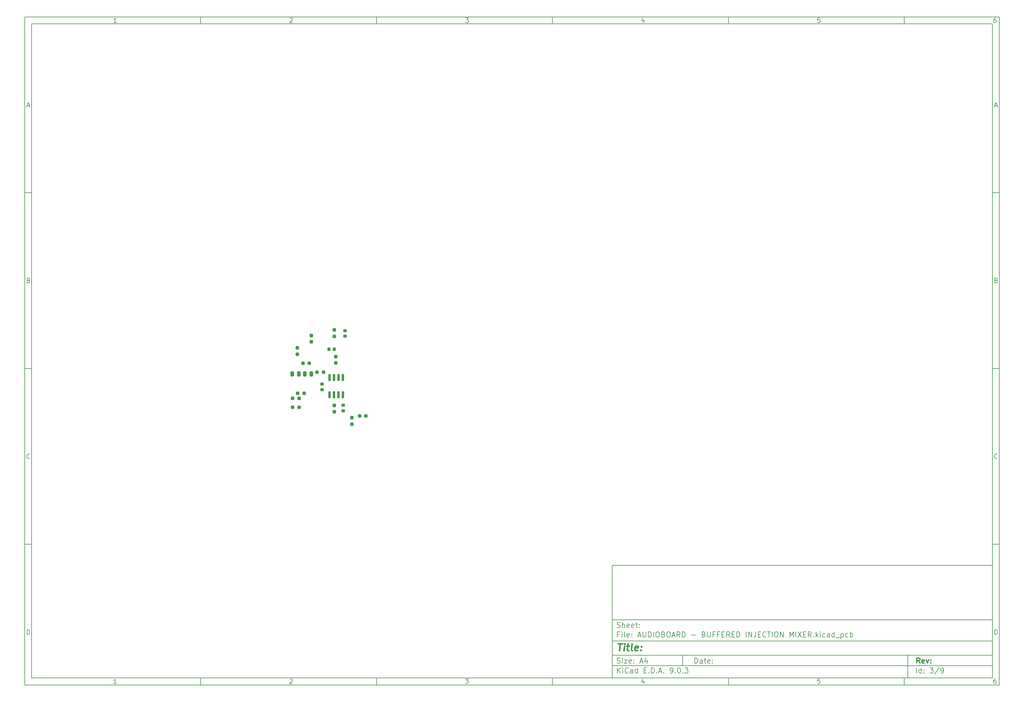
<source format=gbr>
%TF.GenerationSoftware,KiCad,Pcbnew,9.0.3*%
%TF.CreationDate,2025-09-10T01:15:20-07:00*%
%TF.ProjectId,AUDIOBOARD - BUFFERED INJECTION MIXER,41554449-4f42-44f4-9152-44202d204255,rev?*%
%TF.SameCoordinates,Original*%
%TF.FileFunction,Paste,Top*%
%TF.FilePolarity,Positive*%
%FSLAX46Y46*%
G04 Gerber Fmt 4.6, Leading zero omitted, Abs format (unit mm)*
G04 Created by KiCad (PCBNEW 9.0.3) date 2025-09-10 01:15:20*
%MOMM*%
%LPD*%
G01*
G04 APERTURE LIST*
G04 Aperture macros list*
%AMRoundRect*
0 Rectangle with rounded corners*
0 $1 Rounding radius*
0 $2 $3 $4 $5 $6 $7 $8 $9 X,Y pos of 4 corners*
0 Add a 4 corners polygon primitive as box body*
4,1,4,$2,$3,$4,$5,$6,$7,$8,$9,$2,$3,0*
0 Add four circle primitives for the rounded corners*
1,1,$1+$1,$2,$3*
1,1,$1+$1,$4,$5*
1,1,$1+$1,$6,$7*
1,1,$1+$1,$8,$9*
0 Add four rect primitives between the rounded corners*
20,1,$1+$1,$2,$3,$4,$5,0*
20,1,$1+$1,$4,$5,$6,$7,0*
20,1,$1+$1,$6,$7,$8,$9,0*
20,1,$1+$1,$8,$9,$2,$3,0*%
G04 Aperture macros list end*
%ADD10C,0.100000*%
%ADD11C,0.150000*%
%ADD12C,0.300000*%
%ADD13C,0.400000*%
%ADD14RoundRect,0.225000X-0.250000X0.225000X-0.250000X-0.225000X0.250000X-0.225000X0.250000X0.225000X0*%
%ADD15RoundRect,0.237500X-0.237500X0.250000X-0.237500X-0.250000X0.237500X-0.250000X0.237500X0.250000X0*%
%ADD16RoundRect,0.225000X-0.225000X-0.250000X0.225000X-0.250000X0.225000X0.250000X-0.225000X0.250000X0*%
%ADD17RoundRect,0.237500X0.237500X-0.250000X0.237500X0.250000X-0.237500X0.250000X-0.237500X-0.250000X0*%
%ADD18RoundRect,0.237500X-0.250000X-0.237500X0.250000X-0.237500X0.250000X0.237500X-0.250000X0.237500X0*%
%ADD19RoundRect,0.150000X0.150000X-0.825000X0.150000X0.825000X-0.150000X0.825000X-0.150000X-0.825000X0*%
%ADD20RoundRect,0.250000X0.250000X0.475000X-0.250000X0.475000X-0.250000X-0.475000X0.250000X-0.475000X0*%
%ADD21RoundRect,0.237500X0.250000X0.237500X-0.250000X0.237500X-0.250000X-0.237500X0.250000X-0.237500X0*%
%ADD22RoundRect,0.225000X0.250000X-0.225000X0.250000X0.225000X-0.250000X0.225000X-0.250000X-0.225000X0*%
G04 APERTURE END LIST*
D10*
D11*
X177002200Y-166007200D02*
X285002200Y-166007200D01*
X285002200Y-198007200D01*
X177002200Y-198007200D01*
X177002200Y-166007200D01*
D10*
D11*
X10000000Y-10000000D02*
X287002200Y-10000000D01*
X287002200Y-200007200D01*
X10000000Y-200007200D01*
X10000000Y-10000000D01*
D10*
D11*
X12000000Y-12000000D02*
X285002200Y-12000000D01*
X285002200Y-198007200D01*
X12000000Y-198007200D01*
X12000000Y-12000000D01*
D10*
D11*
X60000000Y-12000000D02*
X60000000Y-10000000D01*
D10*
D11*
X110000000Y-12000000D02*
X110000000Y-10000000D01*
D10*
D11*
X160000000Y-12000000D02*
X160000000Y-10000000D01*
D10*
D11*
X210000000Y-12000000D02*
X210000000Y-10000000D01*
D10*
D11*
X260000000Y-12000000D02*
X260000000Y-10000000D01*
D10*
D11*
X36089160Y-11593604D02*
X35346303Y-11593604D01*
X35717731Y-11593604D02*
X35717731Y-10293604D01*
X35717731Y-10293604D02*
X35593922Y-10479319D01*
X35593922Y-10479319D02*
X35470112Y-10603128D01*
X35470112Y-10603128D02*
X35346303Y-10665033D01*
D10*
D11*
X85346303Y-10417414D02*
X85408207Y-10355509D01*
X85408207Y-10355509D02*
X85532017Y-10293604D01*
X85532017Y-10293604D02*
X85841541Y-10293604D01*
X85841541Y-10293604D02*
X85965350Y-10355509D01*
X85965350Y-10355509D02*
X86027255Y-10417414D01*
X86027255Y-10417414D02*
X86089160Y-10541223D01*
X86089160Y-10541223D02*
X86089160Y-10665033D01*
X86089160Y-10665033D02*
X86027255Y-10850747D01*
X86027255Y-10850747D02*
X85284398Y-11593604D01*
X85284398Y-11593604D02*
X86089160Y-11593604D01*
D10*
D11*
X135284398Y-10293604D02*
X136089160Y-10293604D01*
X136089160Y-10293604D02*
X135655826Y-10788842D01*
X135655826Y-10788842D02*
X135841541Y-10788842D01*
X135841541Y-10788842D02*
X135965350Y-10850747D01*
X135965350Y-10850747D02*
X136027255Y-10912652D01*
X136027255Y-10912652D02*
X136089160Y-11036461D01*
X136089160Y-11036461D02*
X136089160Y-11345985D01*
X136089160Y-11345985D02*
X136027255Y-11469795D01*
X136027255Y-11469795D02*
X135965350Y-11531700D01*
X135965350Y-11531700D02*
X135841541Y-11593604D01*
X135841541Y-11593604D02*
X135470112Y-11593604D01*
X135470112Y-11593604D02*
X135346303Y-11531700D01*
X135346303Y-11531700D02*
X135284398Y-11469795D01*
D10*
D11*
X185965350Y-10726938D02*
X185965350Y-11593604D01*
X185655826Y-10231700D02*
X185346303Y-11160271D01*
X185346303Y-11160271D02*
X186151064Y-11160271D01*
D10*
D11*
X236027255Y-10293604D02*
X235408207Y-10293604D01*
X235408207Y-10293604D02*
X235346303Y-10912652D01*
X235346303Y-10912652D02*
X235408207Y-10850747D01*
X235408207Y-10850747D02*
X235532017Y-10788842D01*
X235532017Y-10788842D02*
X235841541Y-10788842D01*
X235841541Y-10788842D02*
X235965350Y-10850747D01*
X235965350Y-10850747D02*
X236027255Y-10912652D01*
X236027255Y-10912652D02*
X236089160Y-11036461D01*
X236089160Y-11036461D02*
X236089160Y-11345985D01*
X236089160Y-11345985D02*
X236027255Y-11469795D01*
X236027255Y-11469795D02*
X235965350Y-11531700D01*
X235965350Y-11531700D02*
X235841541Y-11593604D01*
X235841541Y-11593604D02*
X235532017Y-11593604D01*
X235532017Y-11593604D02*
X235408207Y-11531700D01*
X235408207Y-11531700D02*
X235346303Y-11469795D01*
D10*
D11*
X285965350Y-10293604D02*
X285717731Y-10293604D01*
X285717731Y-10293604D02*
X285593922Y-10355509D01*
X285593922Y-10355509D02*
X285532017Y-10417414D01*
X285532017Y-10417414D02*
X285408207Y-10603128D01*
X285408207Y-10603128D02*
X285346303Y-10850747D01*
X285346303Y-10850747D02*
X285346303Y-11345985D01*
X285346303Y-11345985D02*
X285408207Y-11469795D01*
X285408207Y-11469795D02*
X285470112Y-11531700D01*
X285470112Y-11531700D02*
X285593922Y-11593604D01*
X285593922Y-11593604D02*
X285841541Y-11593604D01*
X285841541Y-11593604D02*
X285965350Y-11531700D01*
X285965350Y-11531700D02*
X286027255Y-11469795D01*
X286027255Y-11469795D02*
X286089160Y-11345985D01*
X286089160Y-11345985D02*
X286089160Y-11036461D01*
X286089160Y-11036461D02*
X286027255Y-10912652D01*
X286027255Y-10912652D02*
X285965350Y-10850747D01*
X285965350Y-10850747D02*
X285841541Y-10788842D01*
X285841541Y-10788842D02*
X285593922Y-10788842D01*
X285593922Y-10788842D02*
X285470112Y-10850747D01*
X285470112Y-10850747D02*
X285408207Y-10912652D01*
X285408207Y-10912652D02*
X285346303Y-11036461D01*
D10*
D11*
X60000000Y-198007200D02*
X60000000Y-200007200D01*
D10*
D11*
X110000000Y-198007200D02*
X110000000Y-200007200D01*
D10*
D11*
X160000000Y-198007200D02*
X160000000Y-200007200D01*
D10*
D11*
X210000000Y-198007200D02*
X210000000Y-200007200D01*
D10*
D11*
X260000000Y-198007200D02*
X260000000Y-200007200D01*
D10*
D11*
X36089160Y-199600804D02*
X35346303Y-199600804D01*
X35717731Y-199600804D02*
X35717731Y-198300804D01*
X35717731Y-198300804D02*
X35593922Y-198486519D01*
X35593922Y-198486519D02*
X35470112Y-198610328D01*
X35470112Y-198610328D02*
X35346303Y-198672233D01*
D10*
D11*
X85346303Y-198424614D02*
X85408207Y-198362709D01*
X85408207Y-198362709D02*
X85532017Y-198300804D01*
X85532017Y-198300804D02*
X85841541Y-198300804D01*
X85841541Y-198300804D02*
X85965350Y-198362709D01*
X85965350Y-198362709D02*
X86027255Y-198424614D01*
X86027255Y-198424614D02*
X86089160Y-198548423D01*
X86089160Y-198548423D02*
X86089160Y-198672233D01*
X86089160Y-198672233D02*
X86027255Y-198857947D01*
X86027255Y-198857947D02*
X85284398Y-199600804D01*
X85284398Y-199600804D02*
X86089160Y-199600804D01*
D10*
D11*
X135284398Y-198300804D02*
X136089160Y-198300804D01*
X136089160Y-198300804D02*
X135655826Y-198796042D01*
X135655826Y-198796042D02*
X135841541Y-198796042D01*
X135841541Y-198796042D02*
X135965350Y-198857947D01*
X135965350Y-198857947D02*
X136027255Y-198919852D01*
X136027255Y-198919852D02*
X136089160Y-199043661D01*
X136089160Y-199043661D02*
X136089160Y-199353185D01*
X136089160Y-199353185D02*
X136027255Y-199476995D01*
X136027255Y-199476995D02*
X135965350Y-199538900D01*
X135965350Y-199538900D02*
X135841541Y-199600804D01*
X135841541Y-199600804D02*
X135470112Y-199600804D01*
X135470112Y-199600804D02*
X135346303Y-199538900D01*
X135346303Y-199538900D02*
X135284398Y-199476995D01*
D10*
D11*
X185965350Y-198734138D02*
X185965350Y-199600804D01*
X185655826Y-198238900D02*
X185346303Y-199167471D01*
X185346303Y-199167471D02*
X186151064Y-199167471D01*
D10*
D11*
X236027255Y-198300804D02*
X235408207Y-198300804D01*
X235408207Y-198300804D02*
X235346303Y-198919852D01*
X235346303Y-198919852D02*
X235408207Y-198857947D01*
X235408207Y-198857947D02*
X235532017Y-198796042D01*
X235532017Y-198796042D02*
X235841541Y-198796042D01*
X235841541Y-198796042D02*
X235965350Y-198857947D01*
X235965350Y-198857947D02*
X236027255Y-198919852D01*
X236027255Y-198919852D02*
X236089160Y-199043661D01*
X236089160Y-199043661D02*
X236089160Y-199353185D01*
X236089160Y-199353185D02*
X236027255Y-199476995D01*
X236027255Y-199476995D02*
X235965350Y-199538900D01*
X235965350Y-199538900D02*
X235841541Y-199600804D01*
X235841541Y-199600804D02*
X235532017Y-199600804D01*
X235532017Y-199600804D02*
X235408207Y-199538900D01*
X235408207Y-199538900D02*
X235346303Y-199476995D01*
D10*
D11*
X285965350Y-198300804D02*
X285717731Y-198300804D01*
X285717731Y-198300804D02*
X285593922Y-198362709D01*
X285593922Y-198362709D02*
X285532017Y-198424614D01*
X285532017Y-198424614D02*
X285408207Y-198610328D01*
X285408207Y-198610328D02*
X285346303Y-198857947D01*
X285346303Y-198857947D02*
X285346303Y-199353185D01*
X285346303Y-199353185D02*
X285408207Y-199476995D01*
X285408207Y-199476995D02*
X285470112Y-199538900D01*
X285470112Y-199538900D02*
X285593922Y-199600804D01*
X285593922Y-199600804D02*
X285841541Y-199600804D01*
X285841541Y-199600804D02*
X285965350Y-199538900D01*
X285965350Y-199538900D02*
X286027255Y-199476995D01*
X286027255Y-199476995D02*
X286089160Y-199353185D01*
X286089160Y-199353185D02*
X286089160Y-199043661D01*
X286089160Y-199043661D02*
X286027255Y-198919852D01*
X286027255Y-198919852D02*
X285965350Y-198857947D01*
X285965350Y-198857947D02*
X285841541Y-198796042D01*
X285841541Y-198796042D02*
X285593922Y-198796042D01*
X285593922Y-198796042D02*
X285470112Y-198857947D01*
X285470112Y-198857947D02*
X285408207Y-198919852D01*
X285408207Y-198919852D02*
X285346303Y-199043661D01*
D10*
D11*
X10000000Y-60000000D02*
X12000000Y-60000000D01*
D10*
D11*
X10000000Y-110000000D02*
X12000000Y-110000000D01*
D10*
D11*
X10000000Y-160000000D02*
X12000000Y-160000000D01*
D10*
D11*
X10690476Y-35222176D02*
X11309523Y-35222176D01*
X10566666Y-35593604D02*
X10999999Y-34293604D01*
X10999999Y-34293604D02*
X11433333Y-35593604D01*
D10*
D11*
X11092857Y-84912652D02*
X11278571Y-84974557D01*
X11278571Y-84974557D02*
X11340476Y-85036461D01*
X11340476Y-85036461D02*
X11402380Y-85160271D01*
X11402380Y-85160271D02*
X11402380Y-85345985D01*
X11402380Y-85345985D02*
X11340476Y-85469795D01*
X11340476Y-85469795D02*
X11278571Y-85531700D01*
X11278571Y-85531700D02*
X11154761Y-85593604D01*
X11154761Y-85593604D02*
X10659523Y-85593604D01*
X10659523Y-85593604D02*
X10659523Y-84293604D01*
X10659523Y-84293604D02*
X11092857Y-84293604D01*
X11092857Y-84293604D02*
X11216666Y-84355509D01*
X11216666Y-84355509D02*
X11278571Y-84417414D01*
X11278571Y-84417414D02*
X11340476Y-84541223D01*
X11340476Y-84541223D02*
X11340476Y-84665033D01*
X11340476Y-84665033D02*
X11278571Y-84788842D01*
X11278571Y-84788842D02*
X11216666Y-84850747D01*
X11216666Y-84850747D02*
X11092857Y-84912652D01*
X11092857Y-84912652D02*
X10659523Y-84912652D01*
D10*
D11*
X11402380Y-135469795D02*
X11340476Y-135531700D01*
X11340476Y-135531700D02*
X11154761Y-135593604D01*
X11154761Y-135593604D02*
X11030952Y-135593604D01*
X11030952Y-135593604D02*
X10845238Y-135531700D01*
X10845238Y-135531700D02*
X10721428Y-135407890D01*
X10721428Y-135407890D02*
X10659523Y-135284080D01*
X10659523Y-135284080D02*
X10597619Y-135036461D01*
X10597619Y-135036461D02*
X10597619Y-134850747D01*
X10597619Y-134850747D02*
X10659523Y-134603128D01*
X10659523Y-134603128D02*
X10721428Y-134479319D01*
X10721428Y-134479319D02*
X10845238Y-134355509D01*
X10845238Y-134355509D02*
X11030952Y-134293604D01*
X11030952Y-134293604D02*
X11154761Y-134293604D01*
X11154761Y-134293604D02*
X11340476Y-134355509D01*
X11340476Y-134355509D02*
X11402380Y-134417414D01*
D10*
D11*
X10659523Y-185593604D02*
X10659523Y-184293604D01*
X10659523Y-184293604D02*
X10969047Y-184293604D01*
X10969047Y-184293604D02*
X11154761Y-184355509D01*
X11154761Y-184355509D02*
X11278571Y-184479319D01*
X11278571Y-184479319D02*
X11340476Y-184603128D01*
X11340476Y-184603128D02*
X11402380Y-184850747D01*
X11402380Y-184850747D02*
X11402380Y-185036461D01*
X11402380Y-185036461D02*
X11340476Y-185284080D01*
X11340476Y-185284080D02*
X11278571Y-185407890D01*
X11278571Y-185407890D02*
X11154761Y-185531700D01*
X11154761Y-185531700D02*
X10969047Y-185593604D01*
X10969047Y-185593604D02*
X10659523Y-185593604D01*
D10*
D11*
X287002200Y-60000000D02*
X285002200Y-60000000D01*
D10*
D11*
X287002200Y-110000000D02*
X285002200Y-110000000D01*
D10*
D11*
X287002200Y-160000000D02*
X285002200Y-160000000D01*
D10*
D11*
X285692676Y-35222176D02*
X286311723Y-35222176D01*
X285568866Y-35593604D02*
X286002199Y-34293604D01*
X286002199Y-34293604D02*
X286435533Y-35593604D01*
D10*
D11*
X286095057Y-84912652D02*
X286280771Y-84974557D01*
X286280771Y-84974557D02*
X286342676Y-85036461D01*
X286342676Y-85036461D02*
X286404580Y-85160271D01*
X286404580Y-85160271D02*
X286404580Y-85345985D01*
X286404580Y-85345985D02*
X286342676Y-85469795D01*
X286342676Y-85469795D02*
X286280771Y-85531700D01*
X286280771Y-85531700D02*
X286156961Y-85593604D01*
X286156961Y-85593604D02*
X285661723Y-85593604D01*
X285661723Y-85593604D02*
X285661723Y-84293604D01*
X285661723Y-84293604D02*
X286095057Y-84293604D01*
X286095057Y-84293604D02*
X286218866Y-84355509D01*
X286218866Y-84355509D02*
X286280771Y-84417414D01*
X286280771Y-84417414D02*
X286342676Y-84541223D01*
X286342676Y-84541223D02*
X286342676Y-84665033D01*
X286342676Y-84665033D02*
X286280771Y-84788842D01*
X286280771Y-84788842D02*
X286218866Y-84850747D01*
X286218866Y-84850747D02*
X286095057Y-84912652D01*
X286095057Y-84912652D02*
X285661723Y-84912652D01*
D10*
D11*
X286404580Y-135469795D02*
X286342676Y-135531700D01*
X286342676Y-135531700D02*
X286156961Y-135593604D01*
X286156961Y-135593604D02*
X286033152Y-135593604D01*
X286033152Y-135593604D02*
X285847438Y-135531700D01*
X285847438Y-135531700D02*
X285723628Y-135407890D01*
X285723628Y-135407890D02*
X285661723Y-135284080D01*
X285661723Y-135284080D02*
X285599819Y-135036461D01*
X285599819Y-135036461D02*
X285599819Y-134850747D01*
X285599819Y-134850747D02*
X285661723Y-134603128D01*
X285661723Y-134603128D02*
X285723628Y-134479319D01*
X285723628Y-134479319D02*
X285847438Y-134355509D01*
X285847438Y-134355509D02*
X286033152Y-134293604D01*
X286033152Y-134293604D02*
X286156961Y-134293604D01*
X286156961Y-134293604D02*
X286342676Y-134355509D01*
X286342676Y-134355509D02*
X286404580Y-134417414D01*
D10*
D11*
X285661723Y-185593604D02*
X285661723Y-184293604D01*
X285661723Y-184293604D02*
X285971247Y-184293604D01*
X285971247Y-184293604D02*
X286156961Y-184355509D01*
X286156961Y-184355509D02*
X286280771Y-184479319D01*
X286280771Y-184479319D02*
X286342676Y-184603128D01*
X286342676Y-184603128D02*
X286404580Y-184850747D01*
X286404580Y-184850747D02*
X286404580Y-185036461D01*
X286404580Y-185036461D02*
X286342676Y-185284080D01*
X286342676Y-185284080D02*
X286280771Y-185407890D01*
X286280771Y-185407890D02*
X286156961Y-185531700D01*
X286156961Y-185531700D02*
X285971247Y-185593604D01*
X285971247Y-185593604D02*
X285661723Y-185593604D01*
D10*
D11*
X200458026Y-193793328D02*
X200458026Y-192293328D01*
X200458026Y-192293328D02*
X200815169Y-192293328D01*
X200815169Y-192293328D02*
X201029455Y-192364757D01*
X201029455Y-192364757D02*
X201172312Y-192507614D01*
X201172312Y-192507614D02*
X201243741Y-192650471D01*
X201243741Y-192650471D02*
X201315169Y-192936185D01*
X201315169Y-192936185D02*
X201315169Y-193150471D01*
X201315169Y-193150471D02*
X201243741Y-193436185D01*
X201243741Y-193436185D02*
X201172312Y-193579042D01*
X201172312Y-193579042D02*
X201029455Y-193721900D01*
X201029455Y-193721900D02*
X200815169Y-193793328D01*
X200815169Y-193793328D02*
X200458026Y-193793328D01*
X202600884Y-193793328D02*
X202600884Y-193007614D01*
X202600884Y-193007614D02*
X202529455Y-192864757D01*
X202529455Y-192864757D02*
X202386598Y-192793328D01*
X202386598Y-192793328D02*
X202100884Y-192793328D01*
X202100884Y-192793328D02*
X201958026Y-192864757D01*
X202600884Y-193721900D02*
X202458026Y-193793328D01*
X202458026Y-193793328D02*
X202100884Y-193793328D01*
X202100884Y-193793328D02*
X201958026Y-193721900D01*
X201958026Y-193721900D02*
X201886598Y-193579042D01*
X201886598Y-193579042D02*
X201886598Y-193436185D01*
X201886598Y-193436185D02*
X201958026Y-193293328D01*
X201958026Y-193293328D02*
X202100884Y-193221900D01*
X202100884Y-193221900D02*
X202458026Y-193221900D01*
X202458026Y-193221900D02*
X202600884Y-193150471D01*
X203100884Y-192793328D02*
X203672312Y-192793328D01*
X203315169Y-192293328D02*
X203315169Y-193579042D01*
X203315169Y-193579042D02*
X203386598Y-193721900D01*
X203386598Y-193721900D02*
X203529455Y-193793328D01*
X203529455Y-193793328D02*
X203672312Y-193793328D01*
X204743741Y-193721900D02*
X204600884Y-193793328D01*
X204600884Y-193793328D02*
X204315170Y-193793328D01*
X204315170Y-193793328D02*
X204172312Y-193721900D01*
X204172312Y-193721900D02*
X204100884Y-193579042D01*
X204100884Y-193579042D02*
X204100884Y-193007614D01*
X204100884Y-193007614D02*
X204172312Y-192864757D01*
X204172312Y-192864757D02*
X204315170Y-192793328D01*
X204315170Y-192793328D02*
X204600884Y-192793328D01*
X204600884Y-192793328D02*
X204743741Y-192864757D01*
X204743741Y-192864757D02*
X204815170Y-193007614D01*
X204815170Y-193007614D02*
X204815170Y-193150471D01*
X204815170Y-193150471D02*
X204100884Y-193293328D01*
X205458026Y-193650471D02*
X205529455Y-193721900D01*
X205529455Y-193721900D02*
X205458026Y-193793328D01*
X205458026Y-193793328D02*
X205386598Y-193721900D01*
X205386598Y-193721900D02*
X205458026Y-193650471D01*
X205458026Y-193650471D02*
X205458026Y-193793328D01*
X205458026Y-192864757D02*
X205529455Y-192936185D01*
X205529455Y-192936185D02*
X205458026Y-193007614D01*
X205458026Y-193007614D02*
X205386598Y-192936185D01*
X205386598Y-192936185D02*
X205458026Y-192864757D01*
X205458026Y-192864757D02*
X205458026Y-193007614D01*
D10*
D11*
X177002200Y-194507200D02*
X285002200Y-194507200D01*
D10*
D11*
X178458026Y-196593328D02*
X178458026Y-195093328D01*
X179315169Y-196593328D02*
X178672312Y-195736185D01*
X179315169Y-195093328D02*
X178458026Y-195950471D01*
X179958026Y-196593328D02*
X179958026Y-195593328D01*
X179958026Y-195093328D02*
X179886598Y-195164757D01*
X179886598Y-195164757D02*
X179958026Y-195236185D01*
X179958026Y-195236185D02*
X180029455Y-195164757D01*
X180029455Y-195164757D02*
X179958026Y-195093328D01*
X179958026Y-195093328D02*
X179958026Y-195236185D01*
X181529455Y-196450471D02*
X181458027Y-196521900D01*
X181458027Y-196521900D02*
X181243741Y-196593328D01*
X181243741Y-196593328D02*
X181100884Y-196593328D01*
X181100884Y-196593328D02*
X180886598Y-196521900D01*
X180886598Y-196521900D02*
X180743741Y-196379042D01*
X180743741Y-196379042D02*
X180672312Y-196236185D01*
X180672312Y-196236185D02*
X180600884Y-195950471D01*
X180600884Y-195950471D02*
X180600884Y-195736185D01*
X180600884Y-195736185D02*
X180672312Y-195450471D01*
X180672312Y-195450471D02*
X180743741Y-195307614D01*
X180743741Y-195307614D02*
X180886598Y-195164757D01*
X180886598Y-195164757D02*
X181100884Y-195093328D01*
X181100884Y-195093328D02*
X181243741Y-195093328D01*
X181243741Y-195093328D02*
X181458027Y-195164757D01*
X181458027Y-195164757D02*
X181529455Y-195236185D01*
X182815170Y-196593328D02*
X182815170Y-195807614D01*
X182815170Y-195807614D02*
X182743741Y-195664757D01*
X182743741Y-195664757D02*
X182600884Y-195593328D01*
X182600884Y-195593328D02*
X182315170Y-195593328D01*
X182315170Y-195593328D02*
X182172312Y-195664757D01*
X182815170Y-196521900D02*
X182672312Y-196593328D01*
X182672312Y-196593328D02*
X182315170Y-196593328D01*
X182315170Y-196593328D02*
X182172312Y-196521900D01*
X182172312Y-196521900D02*
X182100884Y-196379042D01*
X182100884Y-196379042D02*
X182100884Y-196236185D01*
X182100884Y-196236185D02*
X182172312Y-196093328D01*
X182172312Y-196093328D02*
X182315170Y-196021900D01*
X182315170Y-196021900D02*
X182672312Y-196021900D01*
X182672312Y-196021900D02*
X182815170Y-195950471D01*
X184172313Y-196593328D02*
X184172313Y-195093328D01*
X184172313Y-196521900D02*
X184029455Y-196593328D01*
X184029455Y-196593328D02*
X183743741Y-196593328D01*
X183743741Y-196593328D02*
X183600884Y-196521900D01*
X183600884Y-196521900D02*
X183529455Y-196450471D01*
X183529455Y-196450471D02*
X183458027Y-196307614D01*
X183458027Y-196307614D02*
X183458027Y-195879042D01*
X183458027Y-195879042D02*
X183529455Y-195736185D01*
X183529455Y-195736185D02*
X183600884Y-195664757D01*
X183600884Y-195664757D02*
X183743741Y-195593328D01*
X183743741Y-195593328D02*
X184029455Y-195593328D01*
X184029455Y-195593328D02*
X184172313Y-195664757D01*
X186029455Y-195807614D02*
X186529455Y-195807614D01*
X186743741Y-196593328D02*
X186029455Y-196593328D01*
X186029455Y-196593328D02*
X186029455Y-195093328D01*
X186029455Y-195093328D02*
X186743741Y-195093328D01*
X187386598Y-196450471D02*
X187458027Y-196521900D01*
X187458027Y-196521900D02*
X187386598Y-196593328D01*
X187386598Y-196593328D02*
X187315170Y-196521900D01*
X187315170Y-196521900D02*
X187386598Y-196450471D01*
X187386598Y-196450471D02*
X187386598Y-196593328D01*
X188100884Y-196593328D02*
X188100884Y-195093328D01*
X188100884Y-195093328D02*
X188458027Y-195093328D01*
X188458027Y-195093328D02*
X188672313Y-195164757D01*
X188672313Y-195164757D02*
X188815170Y-195307614D01*
X188815170Y-195307614D02*
X188886599Y-195450471D01*
X188886599Y-195450471D02*
X188958027Y-195736185D01*
X188958027Y-195736185D02*
X188958027Y-195950471D01*
X188958027Y-195950471D02*
X188886599Y-196236185D01*
X188886599Y-196236185D02*
X188815170Y-196379042D01*
X188815170Y-196379042D02*
X188672313Y-196521900D01*
X188672313Y-196521900D02*
X188458027Y-196593328D01*
X188458027Y-196593328D02*
X188100884Y-196593328D01*
X189600884Y-196450471D02*
X189672313Y-196521900D01*
X189672313Y-196521900D02*
X189600884Y-196593328D01*
X189600884Y-196593328D02*
X189529456Y-196521900D01*
X189529456Y-196521900D02*
X189600884Y-196450471D01*
X189600884Y-196450471D02*
X189600884Y-196593328D01*
X190243742Y-196164757D02*
X190958028Y-196164757D01*
X190100885Y-196593328D02*
X190600885Y-195093328D01*
X190600885Y-195093328D02*
X191100885Y-196593328D01*
X191600884Y-196450471D02*
X191672313Y-196521900D01*
X191672313Y-196521900D02*
X191600884Y-196593328D01*
X191600884Y-196593328D02*
X191529456Y-196521900D01*
X191529456Y-196521900D02*
X191600884Y-196450471D01*
X191600884Y-196450471D02*
X191600884Y-196593328D01*
X193529456Y-196593328D02*
X193815170Y-196593328D01*
X193815170Y-196593328D02*
X193958027Y-196521900D01*
X193958027Y-196521900D02*
X194029456Y-196450471D01*
X194029456Y-196450471D02*
X194172313Y-196236185D01*
X194172313Y-196236185D02*
X194243742Y-195950471D01*
X194243742Y-195950471D02*
X194243742Y-195379042D01*
X194243742Y-195379042D02*
X194172313Y-195236185D01*
X194172313Y-195236185D02*
X194100885Y-195164757D01*
X194100885Y-195164757D02*
X193958027Y-195093328D01*
X193958027Y-195093328D02*
X193672313Y-195093328D01*
X193672313Y-195093328D02*
X193529456Y-195164757D01*
X193529456Y-195164757D02*
X193458027Y-195236185D01*
X193458027Y-195236185D02*
X193386599Y-195379042D01*
X193386599Y-195379042D02*
X193386599Y-195736185D01*
X193386599Y-195736185D02*
X193458027Y-195879042D01*
X193458027Y-195879042D02*
X193529456Y-195950471D01*
X193529456Y-195950471D02*
X193672313Y-196021900D01*
X193672313Y-196021900D02*
X193958027Y-196021900D01*
X193958027Y-196021900D02*
X194100885Y-195950471D01*
X194100885Y-195950471D02*
X194172313Y-195879042D01*
X194172313Y-195879042D02*
X194243742Y-195736185D01*
X194886598Y-196450471D02*
X194958027Y-196521900D01*
X194958027Y-196521900D02*
X194886598Y-196593328D01*
X194886598Y-196593328D02*
X194815170Y-196521900D01*
X194815170Y-196521900D02*
X194886598Y-196450471D01*
X194886598Y-196450471D02*
X194886598Y-196593328D01*
X195886599Y-195093328D02*
X196029456Y-195093328D01*
X196029456Y-195093328D02*
X196172313Y-195164757D01*
X196172313Y-195164757D02*
X196243742Y-195236185D01*
X196243742Y-195236185D02*
X196315170Y-195379042D01*
X196315170Y-195379042D02*
X196386599Y-195664757D01*
X196386599Y-195664757D02*
X196386599Y-196021900D01*
X196386599Y-196021900D02*
X196315170Y-196307614D01*
X196315170Y-196307614D02*
X196243742Y-196450471D01*
X196243742Y-196450471D02*
X196172313Y-196521900D01*
X196172313Y-196521900D02*
X196029456Y-196593328D01*
X196029456Y-196593328D02*
X195886599Y-196593328D01*
X195886599Y-196593328D02*
X195743742Y-196521900D01*
X195743742Y-196521900D02*
X195672313Y-196450471D01*
X195672313Y-196450471D02*
X195600884Y-196307614D01*
X195600884Y-196307614D02*
X195529456Y-196021900D01*
X195529456Y-196021900D02*
X195529456Y-195664757D01*
X195529456Y-195664757D02*
X195600884Y-195379042D01*
X195600884Y-195379042D02*
X195672313Y-195236185D01*
X195672313Y-195236185D02*
X195743742Y-195164757D01*
X195743742Y-195164757D02*
X195886599Y-195093328D01*
X197029455Y-196450471D02*
X197100884Y-196521900D01*
X197100884Y-196521900D02*
X197029455Y-196593328D01*
X197029455Y-196593328D02*
X196958027Y-196521900D01*
X196958027Y-196521900D02*
X197029455Y-196450471D01*
X197029455Y-196450471D02*
X197029455Y-196593328D01*
X197600884Y-195093328D02*
X198529456Y-195093328D01*
X198529456Y-195093328D02*
X198029456Y-195664757D01*
X198029456Y-195664757D02*
X198243741Y-195664757D01*
X198243741Y-195664757D02*
X198386599Y-195736185D01*
X198386599Y-195736185D02*
X198458027Y-195807614D01*
X198458027Y-195807614D02*
X198529456Y-195950471D01*
X198529456Y-195950471D02*
X198529456Y-196307614D01*
X198529456Y-196307614D02*
X198458027Y-196450471D01*
X198458027Y-196450471D02*
X198386599Y-196521900D01*
X198386599Y-196521900D02*
X198243741Y-196593328D01*
X198243741Y-196593328D02*
X197815170Y-196593328D01*
X197815170Y-196593328D02*
X197672313Y-196521900D01*
X197672313Y-196521900D02*
X197600884Y-196450471D01*
D10*
D11*
X177002200Y-191507200D02*
X285002200Y-191507200D01*
D10*
D12*
X264413853Y-193785528D02*
X263913853Y-193071242D01*
X263556710Y-193785528D02*
X263556710Y-192285528D01*
X263556710Y-192285528D02*
X264128139Y-192285528D01*
X264128139Y-192285528D02*
X264270996Y-192356957D01*
X264270996Y-192356957D02*
X264342425Y-192428385D01*
X264342425Y-192428385D02*
X264413853Y-192571242D01*
X264413853Y-192571242D02*
X264413853Y-192785528D01*
X264413853Y-192785528D02*
X264342425Y-192928385D01*
X264342425Y-192928385D02*
X264270996Y-192999814D01*
X264270996Y-192999814D02*
X264128139Y-193071242D01*
X264128139Y-193071242D02*
X263556710Y-193071242D01*
X265628139Y-193714100D02*
X265485282Y-193785528D01*
X265485282Y-193785528D02*
X265199568Y-193785528D01*
X265199568Y-193785528D02*
X265056710Y-193714100D01*
X265056710Y-193714100D02*
X264985282Y-193571242D01*
X264985282Y-193571242D02*
X264985282Y-192999814D01*
X264985282Y-192999814D02*
X265056710Y-192856957D01*
X265056710Y-192856957D02*
X265199568Y-192785528D01*
X265199568Y-192785528D02*
X265485282Y-192785528D01*
X265485282Y-192785528D02*
X265628139Y-192856957D01*
X265628139Y-192856957D02*
X265699568Y-192999814D01*
X265699568Y-192999814D02*
X265699568Y-193142671D01*
X265699568Y-193142671D02*
X264985282Y-193285528D01*
X266199567Y-192785528D02*
X266556710Y-193785528D01*
X266556710Y-193785528D02*
X266913853Y-192785528D01*
X267485281Y-193642671D02*
X267556710Y-193714100D01*
X267556710Y-193714100D02*
X267485281Y-193785528D01*
X267485281Y-193785528D02*
X267413853Y-193714100D01*
X267413853Y-193714100D02*
X267485281Y-193642671D01*
X267485281Y-193642671D02*
X267485281Y-193785528D01*
X267485281Y-192856957D02*
X267556710Y-192928385D01*
X267556710Y-192928385D02*
X267485281Y-192999814D01*
X267485281Y-192999814D02*
X267413853Y-192928385D01*
X267413853Y-192928385D02*
X267485281Y-192856957D01*
X267485281Y-192856957D02*
X267485281Y-192999814D01*
D10*
D11*
X178386598Y-193721900D02*
X178600884Y-193793328D01*
X178600884Y-193793328D02*
X178958026Y-193793328D01*
X178958026Y-193793328D02*
X179100884Y-193721900D01*
X179100884Y-193721900D02*
X179172312Y-193650471D01*
X179172312Y-193650471D02*
X179243741Y-193507614D01*
X179243741Y-193507614D02*
X179243741Y-193364757D01*
X179243741Y-193364757D02*
X179172312Y-193221900D01*
X179172312Y-193221900D02*
X179100884Y-193150471D01*
X179100884Y-193150471D02*
X178958026Y-193079042D01*
X178958026Y-193079042D02*
X178672312Y-193007614D01*
X178672312Y-193007614D02*
X178529455Y-192936185D01*
X178529455Y-192936185D02*
X178458026Y-192864757D01*
X178458026Y-192864757D02*
X178386598Y-192721900D01*
X178386598Y-192721900D02*
X178386598Y-192579042D01*
X178386598Y-192579042D02*
X178458026Y-192436185D01*
X178458026Y-192436185D02*
X178529455Y-192364757D01*
X178529455Y-192364757D02*
X178672312Y-192293328D01*
X178672312Y-192293328D02*
X179029455Y-192293328D01*
X179029455Y-192293328D02*
X179243741Y-192364757D01*
X179886597Y-193793328D02*
X179886597Y-192793328D01*
X179886597Y-192293328D02*
X179815169Y-192364757D01*
X179815169Y-192364757D02*
X179886597Y-192436185D01*
X179886597Y-192436185D02*
X179958026Y-192364757D01*
X179958026Y-192364757D02*
X179886597Y-192293328D01*
X179886597Y-192293328D02*
X179886597Y-192436185D01*
X180458026Y-192793328D02*
X181243741Y-192793328D01*
X181243741Y-192793328D02*
X180458026Y-193793328D01*
X180458026Y-193793328D02*
X181243741Y-193793328D01*
X182386598Y-193721900D02*
X182243741Y-193793328D01*
X182243741Y-193793328D02*
X181958027Y-193793328D01*
X181958027Y-193793328D02*
X181815169Y-193721900D01*
X181815169Y-193721900D02*
X181743741Y-193579042D01*
X181743741Y-193579042D02*
X181743741Y-193007614D01*
X181743741Y-193007614D02*
X181815169Y-192864757D01*
X181815169Y-192864757D02*
X181958027Y-192793328D01*
X181958027Y-192793328D02*
X182243741Y-192793328D01*
X182243741Y-192793328D02*
X182386598Y-192864757D01*
X182386598Y-192864757D02*
X182458027Y-193007614D01*
X182458027Y-193007614D02*
X182458027Y-193150471D01*
X182458027Y-193150471D02*
X181743741Y-193293328D01*
X183100883Y-193650471D02*
X183172312Y-193721900D01*
X183172312Y-193721900D02*
X183100883Y-193793328D01*
X183100883Y-193793328D02*
X183029455Y-193721900D01*
X183029455Y-193721900D02*
X183100883Y-193650471D01*
X183100883Y-193650471D02*
X183100883Y-193793328D01*
X183100883Y-192864757D02*
X183172312Y-192936185D01*
X183172312Y-192936185D02*
X183100883Y-193007614D01*
X183100883Y-193007614D02*
X183029455Y-192936185D01*
X183029455Y-192936185D02*
X183100883Y-192864757D01*
X183100883Y-192864757D02*
X183100883Y-193007614D01*
X184886598Y-193364757D02*
X185600884Y-193364757D01*
X184743741Y-193793328D02*
X185243741Y-192293328D01*
X185243741Y-192293328D02*
X185743741Y-193793328D01*
X186886598Y-192793328D02*
X186886598Y-193793328D01*
X186529455Y-192221900D02*
X186172312Y-193293328D01*
X186172312Y-193293328D02*
X187100883Y-193293328D01*
D10*
D11*
X263458026Y-196593328D02*
X263458026Y-195093328D01*
X264815170Y-196593328D02*
X264815170Y-195093328D01*
X264815170Y-196521900D02*
X264672312Y-196593328D01*
X264672312Y-196593328D02*
X264386598Y-196593328D01*
X264386598Y-196593328D02*
X264243741Y-196521900D01*
X264243741Y-196521900D02*
X264172312Y-196450471D01*
X264172312Y-196450471D02*
X264100884Y-196307614D01*
X264100884Y-196307614D02*
X264100884Y-195879042D01*
X264100884Y-195879042D02*
X264172312Y-195736185D01*
X264172312Y-195736185D02*
X264243741Y-195664757D01*
X264243741Y-195664757D02*
X264386598Y-195593328D01*
X264386598Y-195593328D02*
X264672312Y-195593328D01*
X264672312Y-195593328D02*
X264815170Y-195664757D01*
X265529455Y-196450471D02*
X265600884Y-196521900D01*
X265600884Y-196521900D02*
X265529455Y-196593328D01*
X265529455Y-196593328D02*
X265458027Y-196521900D01*
X265458027Y-196521900D02*
X265529455Y-196450471D01*
X265529455Y-196450471D02*
X265529455Y-196593328D01*
X265529455Y-195664757D02*
X265600884Y-195736185D01*
X265600884Y-195736185D02*
X265529455Y-195807614D01*
X265529455Y-195807614D02*
X265458027Y-195736185D01*
X265458027Y-195736185D02*
X265529455Y-195664757D01*
X265529455Y-195664757D02*
X265529455Y-195807614D01*
X267243741Y-195093328D02*
X268172313Y-195093328D01*
X268172313Y-195093328D02*
X267672313Y-195664757D01*
X267672313Y-195664757D02*
X267886598Y-195664757D01*
X267886598Y-195664757D02*
X268029456Y-195736185D01*
X268029456Y-195736185D02*
X268100884Y-195807614D01*
X268100884Y-195807614D02*
X268172313Y-195950471D01*
X268172313Y-195950471D02*
X268172313Y-196307614D01*
X268172313Y-196307614D02*
X268100884Y-196450471D01*
X268100884Y-196450471D02*
X268029456Y-196521900D01*
X268029456Y-196521900D02*
X267886598Y-196593328D01*
X267886598Y-196593328D02*
X267458027Y-196593328D01*
X267458027Y-196593328D02*
X267315170Y-196521900D01*
X267315170Y-196521900D02*
X267243741Y-196450471D01*
X269886598Y-195021900D02*
X268600884Y-196950471D01*
X270458027Y-196593328D02*
X270743741Y-196593328D01*
X270743741Y-196593328D02*
X270886598Y-196521900D01*
X270886598Y-196521900D02*
X270958027Y-196450471D01*
X270958027Y-196450471D02*
X271100884Y-196236185D01*
X271100884Y-196236185D02*
X271172313Y-195950471D01*
X271172313Y-195950471D02*
X271172313Y-195379042D01*
X271172313Y-195379042D02*
X271100884Y-195236185D01*
X271100884Y-195236185D02*
X271029456Y-195164757D01*
X271029456Y-195164757D02*
X270886598Y-195093328D01*
X270886598Y-195093328D02*
X270600884Y-195093328D01*
X270600884Y-195093328D02*
X270458027Y-195164757D01*
X270458027Y-195164757D02*
X270386598Y-195236185D01*
X270386598Y-195236185D02*
X270315170Y-195379042D01*
X270315170Y-195379042D02*
X270315170Y-195736185D01*
X270315170Y-195736185D02*
X270386598Y-195879042D01*
X270386598Y-195879042D02*
X270458027Y-195950471D01*
X270458027Y-195950471D02*
X270600884Y-196021900D01*
X270600884Y-196021900D02*
X270886598Y-196021900D01*
X270886598Y-196021900D02*
X271029456Y-195950471D01*
X271029456Y-195950471D02*
X271100884Y-195879042D01*
X271100884Y-195879042D02*
X271172313Y-195736185D01*
D10*
D11*
X177002200Y-187507200D02*
X285002200Y-187507200D01*
D10*
D13*
X178693928Y-188211638D02*
X179836785Y-188211638D01*
X179015357Y-190211638D02*
X179265357Y-188211638D01*
X180253452Y-190211638D02*
X180420119Y-188878304D01*
X180503452Y-188211638D02*
X180396309Y-188306876D01*
X180396309Y-188306876D02*
X180479643Y-188402114D01*
X180479643Y-188402114D02*
X180586786Y-188306876D01*
X180586786Y-188306876D02*
X180503452Y-188211638D01*
X180503452Y-188211638D02*
X180479643Y-188402114D01*
X181086786Y-188878304D02*
X181848690Y-188878304D01*
X181455833Y-188211638D02*
X181241548Y-189925923D01*
X181241548Y-189925923D02*
X181312976Y-190116400D01*
X181312976Y-190116400D02*
X181491548Y-190211638D01*
X181491548Y-190211638D02*
X181682024Y-190211638D01*
X182634405Y-190211638D02*
X182455833Y-190116400D01*
X182455833Y-190116400D02*
X182384405Y-189925923D01*
X182384405Y-189925923D02*
X182598690Y-188211638D01*
X184170119Y-190116400D02*
X183967738Y-190211638D01*
X183967738Y-190211638D02*
X183586785Y-190211638D01*
X183586785Y-190211638D02*
X183408214Y-190116400D01*
X183408214Y-190116400D02*
X183336785Y-189925923D01*
X183336785Y-189925923D02*
X183432024Y-189164019D01*
X183432024Y-189164019D02*
X183551071Y-188973542D01*
X183551071Y-188973542D02*
X183753452Y-188878304D01*
X183753452Y-188878304D02*
X184134404Y-188878304D01*
X184134404Y-188878304D02*
X184312976Y-188973542D01*
X184312976Y-188973542D02*
X184384404Y-189164019D01*
X184384404Y-189164019D02*
X184360595Y-189354495D01*
X184360595Y-189354495D02*
X183384404Y-189544971D01*
X185134405Y-190021161D02*
X185217738Y-190116400D01*
X185217738Y-190116400D02*
X185110595Y-190211638D01*
X185110595Y-190211638D02*
X185027262Y-190116400D01*
X185027262Y-190116400D02*
X185134405Y-190021161D01*
X185134405Y-190021161D02*
X185110595Y-190211638D01*
X185265357Y-188973542D02*
X185348690Y-189068780D01*
X185348690Y-189068780D02*
X185241548Y-189164019D01*
X185241548Y-189164019D02*
X185158214Y-189068780D01*
X185158214Y-189068780D02*
X185265357Y-188973542D01*
X185265357Y-188973542D02*
X185241548Y-189164019D01*
D10*
D11*
X178958026Y-185607614D02*
X178458026Y-185607614D01*
X178458026Y-186393328D02*
X178458026Y-184893328D01*
X178458026Y-184893328D02*
X179172312Y-184893328D01*
X179743740Y-186393328D02*
X179743740Y-185393328D01*
X179743740Y-184893328D02*
X179672312Y-184964757D01*
X179672312Y-184964757D02*
X179743740Y-185036185D01*
X179743740Y-185036185D02*
X179815169Y-184964757D01*
X179815169Y-184964757D02*
X179743740Y-184893328D01*
X179743740Y-184893328D02*
X179743740Y-185036185D01*
X180672312Y-186393328D02*
X180529455Y-186321900D01*
X180529455Y-186321900D02*
X180458026Y-186179042D01*
X180458026Y-186179042D02*
X180458026Y-184893328D01*
X181815169Y-186321900D02*
X181672312Y-186393328D01*
X181672312Y-186393328D02*
X181386598Y-186393328D01*
X181386598Y-186393328D02*
X181243740Y-186321900D01*
X181243740Y-186321900D02*
X181172312Y-186179042D01*
X181172312Y-186179042D02*
X181172312Y-185607614D01*
X181172312Y-185607614D02*
X181243740Y-185464757D01*
X181243740Y-185464757D02*
X181386598Y-185393328D01*
X181386598Y-185393328D02*
X181672312Y-185393328D01*
X181672312Y-185393328D02*
X181815169Y-185464757D01*
X181815169Y-185464757D02*
X181886598Y-185607614D01*
X181886598Y-185607614D02*
X181886598Y-185750471D01*
X181886598Y-185750471D02*
X181172312Y-185893328D01*
X182529454Y-186250471D02*
X182600883Y-186321900D01*
X182600883Y-186321900D02*
X182529454Y-186393328D01*
X182529454Y-186393328D02*
X182458026Y-186321900D01*
X182458026Y-186321900D02*
X182529454Y-186250471D01*
X182529454Y-186250471D02*
X182529454Y-186393328D01*
X182529454Y-185464757D02*
X182600883Y-185536185D01*
X182600883Y-185536185D02*
X182529454Y-185607614D01*
X182529454Y-185607614D02*
X182458026Y-185536185D01*
X182458026Y-185536185D02*
X182529454Y-185464757D01*
X182529454Y-185464757D02*
X182529454Y-185607614D01*
X184315169Y-185964757D02*
X185029455Y-185964757D01*
X184172312Y-186393328D02*
X184672312Y-184893328D01*
X184672312Y-184893328D02*
X185172312Y-186393328D01*
X185672311Y-184893328D02*
X185672311Y-186107614D01*
X185672311Y-186107614D02*
X185743740Y-186250471D01*
X185743740Y-186250471D02*
X185815169Y-186321900D01*
X185815169Y-186321900D02*
X185958026Y-186393328D01*
X185958026Y-186393328D02*
X186243740Y-186393328D01*
X186243740Y-186393328D02*
X186386597Y-186321900D01*
X186386597Y-186321900D02*
X186458026Y-186250471D01*
X186458026Y-186250471D02*
X186529454Y-186107614D01*
X186529454Y-186107614D02*
X186529454Y-184893328D01*
X187243740Y-186393328D02*
X187243740Y-184893328D01*
X187243740Y-184893328D02*
X187600883Y-184893328D01*
X187600883Y-184893328D02*
X187815169Y-184964757D01*
X187815169Y-184964757D02*
X187958026Y-185107614D01*
X187958026Y-185107614D02*
X188029455Y-185250471D01*
X188029455Y-185250471D02*
X188100883Y-185536185D01*
X188100883Y-185536185D02*
X188100883Y-185750471D01*
X188100883Y-185750471D02*
X188029455Y-186036185D01*
X188029455Y-186036185D02*
X187958026Y-186179042D01*
X187958026Y-186179042D02*
X187815169Y-186321900D01*
X187815169Y-186321900D02*
X187600883Y-186393328D01*
X187600883Y-186393328D02*
X187243740Y-186393328D01*
X188743740Y-186393328D02*
X188743740Y-184893328D01*
X189743741Y-184893328D02*
X190029455Y-184893328D01*
X190029455Y-184893328D02*
X190172312Y-184964757D01*
X190172312Y-184964757D02*
X190315169Y-185107614D01*
X190315169Y-185107614D02*
X190386598Y-185393328D01*
X190386598Y-185393328D02*
X190386598Y-185893328D01*
X190386598Y-185893328D02*
X190315169Y-186179042D01*
X190315169Y-186179042D02*
X190172312Y-186321900D01*
X190172312Y-186321900D02*
X190029455Y-186393328D01*
X190029455Y-186393328D02*
X189743741Y-186393328D01*
X189743741Y-186393328D02*
X189600884Y-186321900D01*
X189600884Y-186321900D02*
X189458026Y-186179042D01*
X189458026Y-186179042D02*
X189386598Y-185893328D01*
X189386598Y-185893328D02*
X189386598Y-185393328D01*
X189386598Y-185393328D02*
X189458026Y-185107614D01*
X189458026Y-185107614D02*
X189600884Y-184964757D01*
X189600884Y-184964757D02*
X189743741Y-184893328D01*
X191529455Y-185607614D02*
X191743741Y-185679042D01*
X191743741Y-185679042D02*
X191815170Y-185750471D01*
X191815170Y-185750471D02*
X191886598Y-185893328D01*
X191886598Y-185893328D02*
X191886598Y-186107614D01*
X191886598Y-186107614D02*
X191815170Y-186250471D01*
X191815170Y-186250471D02*
X191743741Y-186321900D01*
X191743741Y-186321900D02*
X191600884Y-186393328D01*
X191600884Y-186393328D02*
X191029455Y-186393328D01*
X191029455Y-186393328D02*
X191029455Y-184893328D01*
X191029455Y-184893328D02*
X191529455Y-184893328D01*
X191529455Y-184893328D02*
X191672313Y-184964757D01*
X191672313Y-184964757D02*
X191743741Y-185036185D01*
X191743741Y-185036185D02*
X191815170Y-185179042D01*
X191815170Y-185179042D02*
X191815170Y-185321900D01*
X191815170Y-185321900D02*
X191743741Y-185464757D01*
X191743741Y-185464757D02*
X191672313Y-185536185D01*
X191672313Y-185536185D02*
X191529455Y-185607614D01*
X191529455Y-185607614D02*
X191029455Y-185607614D01*
X192815170Y-184893328D02*
X193100884Y-184893328D01*
X193100884Y-184893328D02*
X193243741Y-184964757D01*
X193243741Y-184964757D02*
X193386598Y-185107614D01*
X193386598Y-185107614D02*
X193458027Y-185393328D01*
X193458027Y-185393328D02*
X193458027Y-185893328D01*
X193458027Y-185893328D02*
X193386598Y-186179042D01*
X193386598Y-186179042D02*
X193243741Y-186321900D01*
X193243741Y-186321900D02*
X193100884Y-186393328D01*
X193100884Y-186393328D02*
X192815170Y-186393328D01*
X192815170Y-186393328D02*
X192672313Y-186321900D01*
X192672313Y-186321900D02*
X192529455Y-186179042D01*
X192529455Y-186179042D02*
X192458027Y-185893328D01*
X192458027Y-185893328D02*
X192458027Y-185393328D01*
X192458027Y-185393328D02*
X192529455Y-185107614D01*
X192529455Y-185107614D02*
X192672313Y-184964757D01*
X192672313Y-184964757D02*
X192815170Y-184893328D01*
X194029456Y-185964757D02*
X194743742Y-185964757D01*
X193886599Y-186393328D02*
X194386599Y-184893328D01*
X194386599Y-184893328D02*
X194886599Y-186393328D01*
X196243741Y-186393328D02*
X195743741Y-185679042D01*
X195386598Y-186393328D02*
X195386598Y-184893328D01*
X195386598Y-184893328D02*
X195958027Y-184893328D01*
X195958027Y-184893328D02*
X196100884Y-184964757D01*
X196100884Y-184964757D02*
X196172313Y-185036185D01*
X196172313Y-185036185D02*
X196243741Y-185179042D01*
X196243741Y-185179042D02*
X196243741Y-185393328D01*
X196243741Y-185393328D02*
X196172313Y-185536185D01*
X196172313Y-185536185D02*
X196100884Y-185607614D01*
X196100884Y-185607614D02*
X195958027Y-185679042D01*
X195958027Y-185679042D02*
X195386598Y-185679042D01*
X196886598Y-186393328D02*
X196886598Y-184893328D01*
X196886598Y-184893328D02*
X197243741Y-184893328D01*
X197243741Y-184893328D02*
X197458027Y-184964757D01*
X197458027Y-184964757D02*
X197600884Y-185107614D01*
X197600884Y-185107614D02*
X197672313Y-185250471D01*
X197672313Y-185250471D02*
X197743741Y-185536185D01*
X197743741Y-185536185D02*
X197743741Y-185750471D01*
X197743741Y-185750471D02*
X197672313Y-186036185D01*
X197672313Y-186036185D02*
X197600884Y-186179042D01*
X197600884Y-186179042D02*
X197458027Y-186321900D01*
X197458027Y-186321900D02*
X197243741Y-186393328D01*
X197243741Y-186393328D02*
X196886598Y-186393328D01*
X199529455Y-185821900D02*
X200672313Y-185821900D01*
X203029455Y-185607614D02*
X203243741Y-185679042D01*
X203243741Y-185679042D02*
X203315170Y-185750471D01*
X203315170Y-185750471D02*
X203386598Y-185893328D01*
X203386598Y-185893328D02*
X203386598Y-186107614D01*
X203386598Y-186107614D02*
X203315170Y-186250471D01*
X203315170Y-186250471D02*
X203243741Y-186321900D01*
X203243741Y-186321900D02*
X203100884Y-186393328D01*
X203100884Y-186393328D02*
X202529455Y-186393328D01*
X202529455Y-186393328D02*
X202529455Y-184893328D01*
X202529455Y-184893328D02*
X203029455Y-184893328D01*
X203029455Y-184893328D02*
X203172313Y-184964757D01*
X203172313Y-184964757D02*
X203243741Y-185036185D01*
X203243741Y-185036185D02*
X203315170Y-185179042D01*
X203315170Y-185179042D02*
X203315170Y-185321900D01*
X203315170Y-185321900D02*
X203243741Y-185464757D01*
X203243741Y-185464757D02*
X203172313Y-185536185D01*
X203172313Y-185536185D02*
X203029455Y-185607614D01*
X203029455Y-185607614D02*
X202529455Y-185607614D01*
X204029455Y-184893328D02*
X204029455Y-186107614D01*
X204029455Y-186107614D02*
X204100884Y-186250471D01*
X204100884Y-186250471D02*
X204172313Y-186321900D01*
X204172313Y-186321900D02*
X204315170Y-186393328D01*
X204315170Y-186393328D02*
X204600884Y-186393328D01*
X204600884Y-186393328D02*
X204743741Y-186321900D01*
X204743741Y-186321900D02*
X204815170Y-186250471D01*
X204815170Y-186250471D02*
X204886598Y-186107614D01*
X204886598Y-186107614D02*
X204886598Y-184893328D01*
X206100884Y-185607614D02*
X205600884Y-185607614D01*
X205600884Y-186393328D02*
X205600884Y-184893328D01*
X205600884Y-184893328D02*
X206315170Y-184893328D01*
X207386598Y-185607614D02*
X206886598Y-185607614D01*
X206886598Y-186393328D02*
X206886598Y-184893328D01*
X206886598Y-184893328D02*
X207600884Y-184893328D01*
X208172312Y-185607614D02*
X208672312Y-185607614D01*
X208886598Y-186393328D02*
X208172312Y-186393328D01*
X208172312Y-186393328D02*
X208172312Y-184893328D01*
X208172312Y-184893328D02*
X208886598Y-184893328D01*
X210386598Y-186393328D02*
X209886598Y-185679042D01*
X209529455Y-186393328D02*
X209529455Y-184893328D01*
X209529455Y-184893328D02*
X210100884Y-184893328D01*
X210100884Y-184893328D02*
X210243741Y-184964757D01*
X210243741Y-184964757D02*
X210315170Y-185036185D01*
X210315170Y-185036185D02*
X210386598Y-185179042D01*
X210386598Y-185179042D02*
X210386598Y-185393328D01*
X210386598Y-185393328D02*
X210315170Y-185536185D01*
X210315170Y-185536185D02*
X210243741Y-185607614D01*
X210243741Y-185607614D02*
X210100884Y-185679042D01*
X210100884Y-185679042D02*
X209529455Y-185679042D01*
X211029455Y-185607614D02*
X211529455Y-185607614D01*
X211743741Y-186393328D02*
X211029455Y-186393328D01*
X211029455Y-186393328D02*
X211029455Y-184893328D01*
X211029455Y-184893328D02*
X211743741Y-184893328D01*
X212386598Y-186393328D02*
X212386598Y-184893328D01*
X212386598Y-184893328D02*
X212743741Y-184893328D01*
X212743741Y-184893328D02*
X212958027Y-184964757D01*
X212958027Y-184964757D02*
X213100884Y-185107614D01*
X213100884Y-185107614D02*
X213172313Y-185250471D01*
X213172313Y-185250471D02*
X213243741Y-185536185D01*
X213243741Y-185536185D02*
X213243741Y-185750471D01*
X213243741Y-185750471D02*
X213172313Y-186036185D01*
X213172313Y-186036185D02*
X213100884Y-186179042D01*
X213100884Y-186179042D02*
X212958027Y-186321900D01*
X212958027Y-186321900D02*
X212743741Y-186393328D01*
X212743741Y-186393328D02*
X212386598Y-186393328D01*
X215029455Y-186393328D02*
X215029455Y-184893328D01*
X215743741Y-186393328D02*
X215743741Y-184893328D01*
X215743741Y-184893328D02*
X216600884Y-186393328D01*
X216600884Y-186393328D02*
X216600884Y-184893328D01*
X217743742Y-184893328D02*
X217743742Y-185964757D01*
X217743742Y-185964757D02*
X217672313Y-186179042D01*
X217672313Y-186179042D02*
X217529456Y-186321900D01*
X217529456Y-186321900D02*
X217315170Y-186393328D01*
X217315170Y-186393328D02*
X217172313Y-186393328D01*
X218458027Y-185607614D02*
X218958027Y-185607614D01*
X219172313Y-186393328D02*
X218458027Y-186393328D01*
X218458027Y-186393328D02*
X218458027Y-184893328D01*
X218458027Y-184893328D02*
X219172313Y-184893328D01*
X220672313Y-186250471D02*
X220600885Y-186321900D01*
X220600885Y-186321900D02*
X220386599Y-186393328D01*
X220386599Y-186393328D02*
X220243742Y-186393328D01*
X220243742Y-186393328D02*
X220029456Y-186321900D01*
X220029456Y-186321900D02*
X219886599Y-186179042D01*
X219886599Y-186179042D02*
X219815170Y-186036185D01*
X219815170Y-186036185D02*
X219743742Y-185750471D01*
X219743742Y-185750471D02*
X219743742Y-185536185D01*
X219743742Y-185536185D02*
X219815170Y-185250471D01*
X219815170Y-185250471D02*
X219886599Y-185107614D01*
X219886599Y-185107614D02*
X220029456Y-184964757D01*
X220029456Y-184964757D02*
X220243742Y-184893328D01*
X220243742Y-184893328D02*
X220386599Y-184893328D01*
X220386599Y-184893328D02*
X220600885Y-184964757D01*
X220600885Y-184964757D02*
X220672313Y-185036185D01*
X221100885Y-184893328D02*
X221958028Y-184893328D01*
X221529456Y-186393328D02*
X221529456Y-184893328D01*
X222458027Y-186393328D02*
X222458027Y-184893328D01*
X223458028Y-184893328D02*
X223743742Y-184893328D01*
X223743742Y-184893328D02*
X223886599Y-184964757D01*
X223886599Y-184964757D02*
X224029456Y-185107614D01*
X224029456Y-185107614D02*
X224100885Y-185393328D01*
X224100885Y-185393328D02*
X224100885Y-185893328D01*
X224100885Y-185893328D02*
X224029456Y-186179042D01*
X224029456Y-186179042D02*
X223886599Y-186321900D01*
X223886599Y-186321900D02*
X223743742Y-186393328D01*
X223743742Y-186393328D02*
X223458028Y-186393328D01*
X223458028Y-186393328D02*
X223315171Y-186321900D01*
X223315171Y-186321900D02*
X223172313Y-186179042D01*
X223172313Y-186179042D02*
X223100885Y-185893328D01*
X223100885Y-185893328D02*
X223100885Y-185393328D01*
X223100885Y-185393328D02*
X223172313Y-185107614D01*
X223172313Y-185107614D02*
X223315171Y-184964757D01*
X223315171Y-184964757D02*
X223458028Y-184893328D01*
X224743742Y-186393328D02*
X224743742Y-184893328D01*
X224743742Y-184893328D02*
X225600885Y-186393328D01*
X225600885Y-186393328D02*
X225600885Y-184893328D01*
X227458028Y-186393328D02*
X227458028Y-184893328D01*
X227458028Y-184893328D02*
X227958028Y-185964757D01*
X227958028Y-185964757D02*
X228458028Y-184893328D01*
X228458028Y-184893328D02*
X228458028Y-186393328D01*
X229172314Y-186393328D02*
X229172314Y-184893328D01*
X229743743Y-184893328D02*
X230743743Y-186393328D01*
X230743743Y-184893328D02*
X229743743Y-186393328D01*
X231315171Y-185607614D02*
X231815171Y-185607614D01*
X232029457Y-186393328D02*
X231315171Y-186393328D01*
X231315171Y-186393328D02*
X231315171Y-184893328D01*
X231315171Y-184893328D02*
X232029457Y-184893328D01*
X233529457Y-186393328D02*
X233029457Y-185679042D01*
X232672314Y-186393328D02*
X232672314Y-184893328D01*
X232672314Y-184893328D02*
X233243743Y-184893328D01*
X233243743Y-184893328D02*
X233386600Y-184964757D01*
X233386600Y-184964757D02*
X233458029Y-185036185D01*
X233458029Y-185036185D02*
X233529457Y-185179042D01*
X233529457Y-185179042D02*
X233529457Y-185393328D01*
X233529457Y-185393328D02*
X233458029Y-185536185D01*
X233458029Y-185536185D02*
X233386600Y-185607614D01*
X233386600Y-185607614D02*
X233243743Y-185679042D01*
X233243743Y-185679042D02*
X232672314Y-185679042D01*
X234172314Y-186250471D02*
X234243743Y-186321900D01*
X234243743Y-186321900D02*
X234172314Y-186393328D01*
X234172314Y-186393328D02*
X234100886Y-186321900D01*
X234100886Y-186321900D02*
X234172314Y-186250471D01*
X234172314Y-186250471D02*
X234172314Y-186393328D01*
X234886600Y-186393328D02*
X234886600Y-184893328D01*
X235029458Y-185821900D02*
X235458029Y-186393328D01*
X235458029Y-185393328D02*
X234886600Y-185964757D01*
X236100886Y-186393328D02*
X236100886Y-185393328D01*
X236100886Y-184893328D02*
X236029458Y-184964757D01*
X236029458Y-184964757D02*
X236100886Y-185036185D01*
X236100886Y-185036185D02*
X236172315Y-184964757D01*
X236172315Y-184964757D02*
X236100886Y-184893328D01*
X236100886Y-184893328D02*
X236100886Y-185036185D01*
X237458030Y-186321900D02*
X237315172Y-186393328D01*
X237315172Y-186393328D02*
X237029458Y-186393328D01*
X237029458Y-186393328D02*
X236886601Y-186321900D01*
X236886601Y-186321900D02*
X236815172Y-186250471D01*
X236815172Y-186250471D02*
X236743744Y-186107614D01*
X236743744Y-186107614D02*
X236743744Y-185679042D01*
X236743744Y-185679042D02*
X236815172Y-185536185D01*
X236815172Y-185536185D02*
X236886601Y-185464757D01*
X236886601Y-185464757D02*
X237029458Y-185393328D01*
X237029458Y-185393328D02*
X237315172Y-185393328D01*
X237315172Y-185393328D02*
X237458030Y-185464757D01*
X238743744Y-186393328D02*
X238743744Y-185607614D01*
X238743744Y-185607614D02*
X238672315Y-185464757D01*
X238672315Y-185464757D02*
X238529458Y-185393328D01*
X238529458Y-185393328D02*
X238243744Y-185393328D01*
X238243744Y-185393328D02*
X238100886Y-185464757D01*
X238743744Y-186321900D02*
X238600886Y-186393328D01*
X238600886Y-186393328D02*
X238243744Y-186393328D01*
X238243744Y-186393328D02*
X238100886Y-186321900D01*
X238100886Y-186321900D02*
X238029458Y-186179042D01*
X238029458Y-186179042D02*
X238029458Y-186036185D01*
X238029458Y-186036185D02*
X238100886Y-185893328D01*
X238100886Y-185893328D02*
X238243744Y-185821900D01*
X238243744Y-185821900D02*
X238600886Y-185821900D01*
X238600886Y-185821900D02*
X238743744Y-185750471D01*
X240100887Y-186393328D02*
X240100887Y-184893328D01*
X240100887Y-186321900D02*
X239958029Y-186393328D01*
X239958029Y-186393328D02*
X239672315Y-186393328D01*
X239672315Y-186393328D02*
X239529458Y-186321900D01*
X239529458Y-186321900D02*
X239458029Y-186250471D01*
X239458029Y-186250471D02*
X239386601Y-186107614D01*
X239386601Y-186107614D02*
X239386601Y-185679042D01*
X239386601Y-185679042D02*
X239458029Y-185536185D01*
X239458029Y-185536185D02*
X239529458Y-185464757D01*
X239529458Y-185464757D02*
X239672315Y-185393328D01*
X239672315Y-185393328D02*
X239958029Y-185393328D01*
X239958029Y-185393328D02*
X240100887Y-185464757D01*
X240458030Y-186536185D02*
X241600887Y-186536185D01*
X241958029Y-185393328D02*
X241958029Y-186893328D01*
X241958029Y-185464757D02*
X242100887Y-185393328D01*
X242100887Y-185393328D02*
X242386601Y-185393328D01*
X242386601Y-185393328D02*
X242529458Y-185464757D01*
X242529458Y-185464757D02*
X242600887Y-185536185D01*
X242600887Y-185536185D02*
X242672315Y-185679042D01*
X242672315Y-185679042D02*
X242672315Y-186107614D01*
X242672315Y-186107614D02*
X242600887Y-186250471D01*
X242600887Y-186250471D02*
X242529458Y-186321900D01*
X242529458Y-186321900D02*
X242386601Y-186393328D01*
X242386601Y-186393328D02*
X242100887Y-186393328D01*
X242100887Y-186393328D02*
X241958029Y-186321900D01*
X243958030Y-186321900D02*
X243815172Y-186393328D01*
X243815172Y-186393328D02*
X243529458Y-186393328D01*
X243529458Y-186393328D02*
X243386601Y-186321900D01*
X243386601Y-186321900D02*
X243315172Y-186250471D01*
X243315172Y-186250471D02*
X243243744Y-186107614D01*
X243243744Y-186107614D02*
X243243744Y-185679042D01*
X243243744Y-185679042D02*
X243315172Y-185536185D01*
X243315172Y-185536185D02*
X243386601Y-185464757D01*
X243386601Y-185464757D02*
X243529458Y-185393328D01*
X243529458Y-185393328D02*
X243815172Y-185393328D01*
X243815172Y-185393328D02*
X243958030Y-185464757D01*
X244600886Y-186393328D02*
X244600886Y-184893328D01*
X244600886Y-185464757D02*
X244743744Y-185393328D01*
X244743744Y-185393328D02*
X245029458Y-185393328D01*
X245029458Y-185393328D02*
X245172315Y-185464757D01*
X245172315Y-185464757D02*
X245243744Y-185536185D01*
X245243744Y-185536185D02*
X245315172Y-185679042D01*
X245315172Y-185679042D02*
X245315172Y-186107614D01*
X245315172Y-186107614D02*
X245243744Y-186250471D01*
X245243744Y-186250471D02*
X245172315Y-186321900D01*
X245172315Y-186321900D02*
X245029458Y-186393328D01*
X245029458Y-186393328D02*
X244743744Y-186393328D01*
X244743744Y-186393328D02*
X244600886Y-186321900D01*
D10*
D11*
X177002200Y-181507200D02*
X285002200Y-181507200D01*
D10*
D11*
X178386598Y-183621900D02*
X178600884Y-183693328D01*
X178600884Y-183693328D02*
X178958026Y-183693328D01*
X178958026Y-183693328D02*
X179100884Y-183621900D01*
X179100884Y-183621900D02*
X179172312Y-183550471D01*
X179172312Y-183550471D02*
X179243741Y-183407614D01*
X179243741Y-183407614D02*
X179243741Y-183264757D01*
X179243741Y-183264757D02*
X179172312Y-183121900D01*
X179172312Y-183121900D02*
X179100884Y-183050471D01*
X179100884Y-183050471D02*
X178958026Y-182979042D01*
X178958026Y-182979042D02*
X178672312Y-182907614D01*
X178672312Y-182907614D02*
X178529455Y-182836185D01*
X178529455Y-182836185D02*
X178458026Y-182764757D01*
X178458026Y-182764757D02*
X178386598Y-182621900D01*
X178386598Y-182621900D02*
X178386598Y-182479042D01*
X178386598Y-182479042D02*
X178458026Y-182336185D01*
X178458026Y-182336185D02*
X178529455Y-182264757D01*
X178529455Y-182264757D02*
X178672312Y-182193328D01*
X178672312Y-182193328D02*
X179029455Y-182193328D01*
X179029455Y-182193328D02*
X179243741Y-182264757D01*
X179886597Y-183693328D02*
X179886597Y-182193328D01*
X180529455Y-183693328D02*
X180529455Y-182907614D01*
X180529455Y-182907614D02*
X180458026Y-182764757D01*
X180458026Y-182764757D02*
X180315169Y-182693328D01*
X180315169Y-182693328D02*
X180100883Y-182693328D01*
X180100883Y-182693328D02*
X179958026Y-182764757D01*
X179958026Y-182764757D02*
X179886597Y-182836185D01*
X181815169Y-183621900D02*
X181672312Y-183693328D01*
X181672312Y-183693328D02*
X181386598Y-183693328D01*
X181386598Y-183693328D02*
X181243740Y-183621900D01*
X181243740Y-183621900D02*
X181172312Y-183479042D01*
X181172312Y-183479042D02*
X181172312Y-182907614D01*
X181172312Y-182907614D02*
X181243740Y-182764757D01*
X181243740Y-182764757D02*
X181386598Y-182693328D01*
X181386598Y-182693328D02*
X181672312Y-182693328D01*
X181672312Y-182693328D02*
X181815169Y-182764757D01*
X181815169Y-182764757D02*
X181886598Y-182907614D01*
X181886598Y-182907614D02*
X181886598Y-183050471D01*
X181886598Y-183050471D02*
X181172312Y-183193328D01*
X183100883Y-183621900D02*
X182958026Y-183693328D01*
X182958026Y-183693328D02*
X182672312Y-183693328D01*
X182672312Y-183693328D02*
X182529454Y-183621900D01*
X182529454Y-183621900D02*
X182458026Y-183479042D01*
X182458026Y-183479042D02*
X182458026Y-182907614D01*
X182458026Y-182907614D02*
X182529454Y-182764757D01*
X182529454Y-182764757D02*
X182672312Y-182693328D01*
X182672312Y-182693328D02*
X182958026Y-182693328D01*
X182958026Y-182693328D02*
X183100883Y-182764757D01*
X183100883Y-182764757D02*
X183172312Y-182907614D01*
X183172312Y-182907614D02*
X183172312Y-183050471D01*
X183172312Y-183050471D02*
X182458026Y-183193328D01*
X183600883Y-182693328D02*
X184172311Y-182693328D01*
X183815168Y-182193328D02*
X183815168Y-183479042D01*
X183815168Y-183479042D02*
X183886597Y-183621900D01*
X183886597Y-183621900D02*
X184029454Y-183693328D01*
X184029454Y-183693328D02*
X184172311Y-183693328D01*
X184672311Y-183550471D02*
X184743740Y-183621900D01*
X184743740Y-183621900D02*
X184672311Y-183693328D01*
X184672311Y-183693328D02*
X184600883Y-183621900D01*
X184600883Y-183621900D02*
X184672311Y-183550471D01*
X184672311Y-183550471D02*
X184672311Y-183693328D01*
X184672311Y-182764757D02*
X184743740Y-182836185D01*
X184743740Y-182836185D02*
X184672311Y-182907614D01*
X184672311Y-182907614D02*
X184600883Y-182836185D01*
X184600883Y-182836185D02*
X184672311Y-182764757D01*
X184672311Y-182764757D02*
X184672311Y-182907614D01*
D10*
D11*
X197002200Y-191507200D02*
X197002200Y-194507200D01*
D10*
D11*
X261002200Y-191507200D02*
X261002200Y-198007200D01*
D14*
%TO.C,C3*%
X100500000Y-120450000D03*
X100500000Y-122000000D03*
%TD*%
D15*
%TO.C,R7*%
X91500000Y-100587500D03*
X91500000Y-102412500D03*
%TD*%
D16*
%TO.C,C1*%
X96450000Y-104500000D03*
X98000000Y-104500000D03*
%TD*%
D17*
%TO.C,R5*%
X98000000Y-122325000D03*
X98000000Y-120500000D03*
%TD*%
D18*
%TO.C,Rsam1*%
X87587500Y-117000000D03*
X89412500Y-117000000D03*
%TD*%
D19*
%TO.C,U1*%
X96620000Y-117475000D03*
X97890000Y-117475000D03*
X99160000Y-117475000D03*
X100430000Y-117475000D03*
X100430000Y-112525000D03*
X99160000Y-112525000D03*
X97890000Y-112525000D03*
X96620000Y-112525000D03*
%TD*%
D18*
%TO.C,Rsyn1*%
X89087500Y-108500000D03*
X90912500Y-108500000D03*
%TD*%
D17*
%TO.C,R2*%
X98450000Y-108412500D03*
X98450000Y-106587500D03*
%TD*%
D18*
%TO.C,R6*%
X93087500Y-111000000D03*
X94912500Y-111000000D03*
%TD*%
D20*
%TO.C,C4*%
X91500000Y-111500000D03*
X89600000Y-111500000D03*
%TD*%
D17*
%TO.C,R1*%
X97950000Y-100825000D03*
X97950000Y-99000000D03*
%TD*%
%TO.C,R3*%
X103000000Y-125825000D03*
X103000000Y-124000000D03*
%TD*%
D21*
%TO.C,Ro-1*%
X88000000Y-118490000D03*
X86175000Y-118490000D03*
%TD*%
%TO.C,R4*%
X107000000Y-123500000D03*
X105175000Y-123500000D03*
%TD*%
D22*
%TO.C,C6*%
X94500000Y-116000000D03*
X94500000Y-114450000D03*
%TD*%
D21*
%TO.C,Ro+1*%
X88000000Y-121000000D03*
X86175000Y-121000000D03*
%TD*%
D22*
%TO.C,C5*%
X101000000Y-100775000D03*
X101000000Y-99225000D03*
%TD*%
D15*
%TO.C,Rb1*%
X87500000Y-104087500D03*
X87500000Y-105912500D03*
%TD*%
D20*
%TO.C,C2*%
X87950000Y-111500000D03*
X86050000Y-111500000D03*
%TD*%
M02*

</source>
